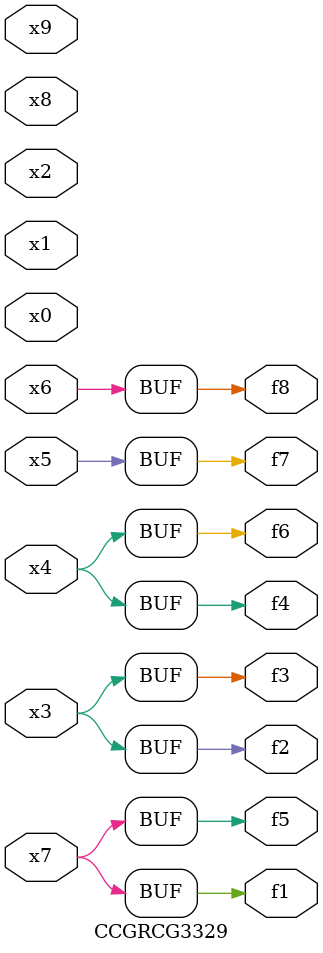
<source format=v>
module CCGRCG3329(
	input x0, x1, x2, x3, x4, x5, x6, x7, x8, x9,
	output f1, f2, f3, f4, f5, f6, f7, f8
);
	assign f1 = x7;
	assign f2 = x3;
	assign f3 = x3;
	assign f4 = x4;
	assign f5 = x7;
	assign f6 = x4;
	assign f7 = x5;
	assign f8 = x6;
endmodule

</source>
